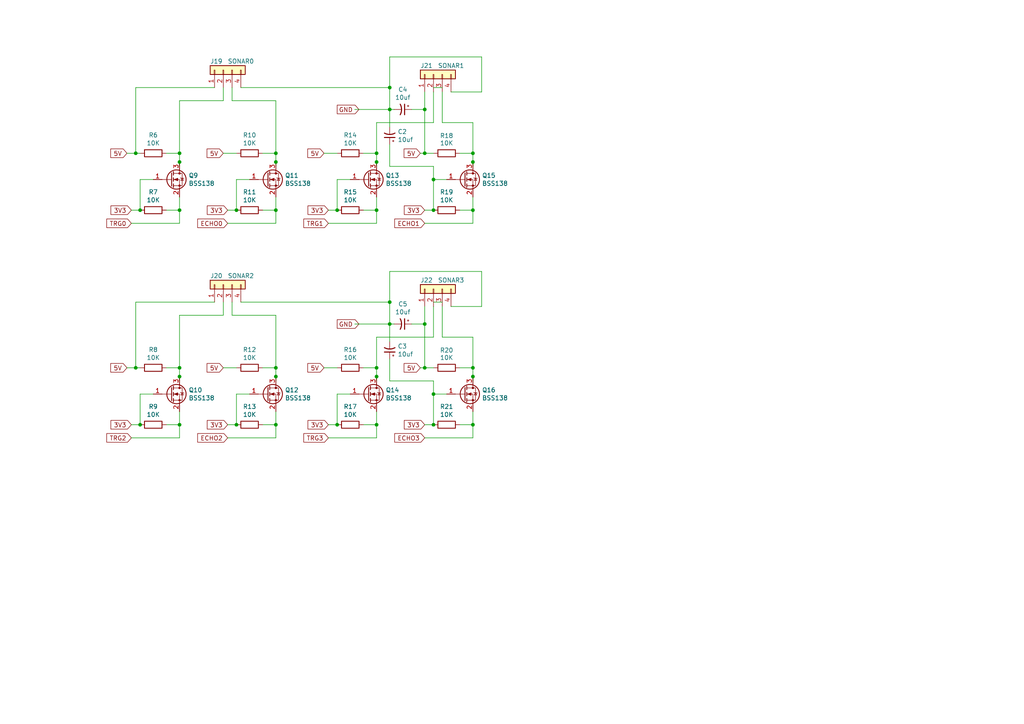
<source format=kicad_sch>
(kicad_sch (version 20250114) (generator "eeschema") (generator_version "9.0")
  (paper "A4")
  (title_block (title "Teensy Sensor Board") (date "2025-06-14") (rev "1") (company "Wimble Robotics") (comment 1 "3.3v to 5v level shifters for sonar sensors"))
  (lib_symbols
    (symbol "TeensyMonitorV5-rescue:BSS138-Transistor_FET" (pin_names (hide yes))
      (property "Reference" "Q" (at 5.08 1.905 0))
      (property "Value" "BSS138-Transistor_FET" (at 5.08 0 0))
      (symbol "BSS138-Transistor_FET_0_1"
        (polyline (pts (xy 0.254 1.905) (xy 0.254 -1.905)) (stroke (width 0.254)))
        (polyline (pts (xy 0.254 0) (xy -2.54 0)))
        (polyline (pts (xy 0.762 2.286) (xy 0.762 1.27)) (stroke (width 0.254)))
        (polyline (pts (xy 0.762 0.508) (xy 0.762 -0.508)) (stroke (width 0.254)))
        (polyline (pts (xy 0.762 -1.27) (xy 0.762 -2.286)) (stroke (width 0.254)))
        (polyline (pts (xy 0.762 -1.778) (xy 3.302 -1.778) (xy 3.302 1.778) (xy 0.762 1.778)))
        (polyline (pts (xy 1.016 0) (xy 2.032 0.381) (xy 2.032 -0.381) (xy 1.016 0)) (fill (type outline)))
        (circle (center 1.651 0) (radius 2.794) (stroke (width 0.254)))
        (polyline (pts (xy 2.54 2.54) (xy 2.54 1.778)))
        (circle (center 2.54 1.778) (radius 0.254) (fill (type outline)))
        (circle (center 2.54 -1.778) (radius 0.254) (fill (type outline)))
        (polyline (pts (xy 2.54 -2.54) (xy 2.54 0) (xy 0.762 0)))
        (polyline (pts (xy 2.794 0.508) (xy 2.921 0.381) (xy 3.683 0.381) (xy 3.81 0.254)))
        (polyline (pts (xy 3.302 0.381) (xy 2.921 -0.254) (xy 3.683 -0.254) (xy 3.302 0.381)))
      )
      (symbol "BSS138-Transistor_FET_1_1"
        (pin input line (at -5.08 0 0) (length 2.54) (name "G") (number "1"))
        (pin passive line (at 2.54 5.08 270) (length 2.54) (name "D") (number "3"))
        (pin passive line (at 2.54 -5.08 90) (length 2.54) (name "S") (number "2"))
      )
    )
    (symbol "TeensyMonitorV5-rescue:CP1_Small-Device" (pin_numbers (hide yes)) (pin_names (offset 0.254) (hide yes))
      (property "Reference" "C" (at 0.254 1.778 0))
      (property "Value" "CP1_Small-Device" (at 0.254 -2.032 0))
      (symbol "CP1_Small-Device_0_1"
        (polyline (pts (xy -1.524 0.508) (xy 1.524 0.508)) (stroke (width 0.3048)))
        (polyline (pts (xy -1.27 1.524) (xy -0.762 1.524)))
        (polyline (pts (xy -1.016 1.27) (xy -1.016 1.778)))
        (arc (start -1.524 -0.762) (mid 0 -0.3734) (end 1.524 -0.762) (stroke (width 0.3048)))
      )
      (symbol "CP1_Small-Device_1_1"
        (pin passive line (at 0 2.54 270) (length 2.032) (name "~") (number "1"))
        (pin passive line (at 0 -2.54 90) (length 2.032) (name "~") (number "2"))
      )
    )
    (symbol "TeensyMonitorV5-rescue:Conn_01x04-Connector_Generic" (pin_names (offset 1.016) (hide yes))
      (property "Reference" "J" (at 0 5.08 0))
      (property "Value" "Conn_01x04-Connector_Generic" (at 0 -7.62 0))
      (symbol "Conn_01x04-Connector_Generic_1_1"
        (rectangle (start -1.27 3.81) (end 1.27 -6.35) (stroke (width 0.254)) (fill (type background)))
        (rectangle (start -1.27 2.667) (end 0 2.413) (stroke (width 0.1524)))
        (rectangle (start -1.27 0.127) (end 0 -0.127) (stroke (width 0.1524)))
        (rectangle (start -1.27 -2.413) (end 0 -2.667) (stroke (width 0.1524)))
        (rectangle (start -1.27 -4.953) (end 0 -5.207) (stroke (width 0.1524)))
        (pin passive line (at -5.08 2.54 0) (length 3.81) (name "Pin_1") (number "1"))
        (pin passive line (at -5.08 0 0) (length 3.81) (name "Pin_2") (number "2"))
        (pin passive line (at -5.08 -2.54 0) (length 3.81) (name "Pin_3") (number "3"))
        (pin passive line (at -5.08 -5.08 0) (length 3.81) (name "Pin_4") (number "4"))
      )
    )
    (symbol "TeensyMonitorV5-rescue:R-Device" (pin_numbers (hide yes)) (pin_names (offset 0))
      (property "Reference" "R" (at 2.032 0 90))
      (property "Value" "R-Device" (at 0 0 90))
      (symbol "R-Device_0_1"
        (rectangle (start -1.016 -2.54) (end 1.016 2.54) (stroke (width 0.254)))
      )
      (symbol "R-Device_1_1"
        (pin passive line (at 0 3.81 270) (length 1.27) (name "~") (number "1"))
        (pin passive line (at 0 -3.81 90) (length 1.27) (name "~") (number "2"))
      )
    )
  )
  (junction (at 97.79 60.96))
  (junction (at 123.19 93.98))
  (junction (at 52.07 123.19))
  (junction (at 52.07 106.68))
  (junction (at 40.64 60.96))
  (junction (at 80.01 46.99))
  (junction (at 52.07 46.99))
  (junction (at 123.19 31.75))
  (junction (at 39.37 106.68))
  (junction (at 137.16 44.45))
  (junction (at 123.19 44.45))
  (junction (at 109.22 123.19))
  (junction (at 52.07 44.45))
  (junction (at 52.07 60.96))
  (junction (at 125.73 114.3))
  (junction (at 125.73 60.96))
  (junction (at 109.22 60.96))
  (junction (at 137.16 123.19))
  (junction (at 109.22 46.99))
  (junction (at 123.19 106.68))
  (junction (at 137.16 60.96))
  (junction (at 113.03 93.98))
  (junction (at 125.73 52.07))
  (junction (at 52.07 109.22))
  (junction (at 97.79 123.19))
  (junction (at 39.37 44.45))
  (junction (at 137.16 46.99))
  (junction (at 80.01 123.19))
  (junction (at 68.58 123.19))
  (junction (at 80.01 60.96))
  (junction (at 137.16 109.22))
  (junction (at 68.58 60.96))
  (junction (at 80.01 109.22))
  (junction (at 113.03 87.63))
  (junction (at 80.01 106.68))
  (junction (at 137.16 106.68))
  (junction (at 109.22 44.45))
  (junction (at 125.73 123.19))
  (junction (at 40.64 123.19))
  (junction (at 109.22 109.22))
  (junction (at 113.03 31.75))
  (junction (at 113.03 25.4))
  (junction (at 109.22 106.68))
  (junction (at 80.01 44.45))
  (wire (pts (xy 40.64 52.07) (xy 44.45 52.07)))
  (wire (pts (xy 109.22 127) (xy 109.22 123.19)))
  (wire (pts (xy 128.27 35.56) (xy 137.16 35.56)))
  (wire (pts (xy 113.03 31.75) (xy 113.03 25.4)))
  (wire (pts (xy 80.01 29.21) (xy 80.01 44.45)))
  (wire (pts (xy 125.73 26.67) (xy 125.73 35.56)))
  (wire (pts (xy 123.19 127) (xy 137.16 127)))
  (wire (pts (xy 95.25 64.77) (xy 109.22 64.77)))
  (wire (pts (xy 52.07 127) (xy 52.07 123.19)))
  (wire (pts (xy 66.04 64.77) (xy 80.01 64.77)))
  (wire (pts (xy 125.73 88.9) (xy 125.73 97.79)))
  (wire (pts (xy 109.22 123.19) (xy 109.22 119.38)))
  (wire (pts (xy 109.22 60.96) (xy 109.22 57.15)))
  (wire (pts (xy 76.2 123.19) (xy 80.01 123.19)))
  (wire (pts (xy 95.25 127) (xy 109.22 127)))
  (wire (pts (xy 109.22 64.77) (xy 109.22 60.96)))
  (wire (pts (xy 137.16 35.56) (xy 137.16 44.45)))
  (wire (pts (xy 52.07 64.77) (xy 52.07 60.96)))
  (wire (pts (xy 68.58 114.3) (xy 68.58 123.19)))
  (wire (pts (xy 139.7 78.74) (xy 139.7 88.9)))
  (wire (pts (xy 123.19 64.77) (xy 137.16 64.77)))
  (wire (pts (xy 113.03 99.06) (xy 113.03 93.98)))
  (wire (pts (xy 137.16 110.49) (xy 137.16 109.22)))
  (wire (pts (xy 64.77 29.21) (xy 64.77 25.4)))
  (wire (pts (xy 139.7 26.67) (xy 130.81 26.67)))
  (wire (pts (xy 40.64 44.45) (xy 39.37 44.45)))
  (wire (pts (xy 97.79 52.07) (xy 101.6 52.07)))
  (wire (pts (xy 67.31 87.63) (xy 67.31 91.44)))
  (wire (pts (xy 137.16 109.22) (xy 137.16 106.68)))
  (wire (pts (xy 52.07 110.49) (xy 52.07 109.22)))
  (wire (pts (xy 123.19 44.45) (xy 121.92 44.45)))
  (wire (pts (xy 109.22 109.22) (xy 109.22 106.68)))
  (wire (pts (xy 52.07 29.21) (xy 64.77 29.21)))
  (wire (pts (xy 38.1 64.77) (xy 52.07 64.77)))
  (wire (pts (xy 125.73 52.07) (xy 125.73 60.96)))
  (wire (pts (xy 113.03 48.26) (xy 113.03 41.91)))
  (wire (pts (xy 139.7 88.9) (xy 130.81 88.9)))
  (wire (pts (xy 123.19 26.67) (xy 123.19 31.75)))
  (wire (pts (xy 123.19 31.75) (xy 123.19 44.45)))
  (wire (pts (xy 66.04 127) (xy 80.01 127)))
  (wire (pts (xy 105.41 123.19) (xy 109.22 123.19)))
  (wire (pts (xy 52.07 123.19) (xy 52.07 119.38)))
  (wire (pts (xy 137.16 44.45) (xy 133.35 44.45)))
  (wire (pts (xy 69.85 25.4) (xy 113.03 25.4)))
  (wire (pts (xy 80.01 127) (xy 80.01 123.19)))
  (wire (pts (xy 137.16 123.19) (xy 137.16 119.38)))
  (wire (pts (xy 80.01 64.77) (xy 80.01 60.96)))
  (wire (pts (xy 125.73 110.49) (xy 113.03 110.49)))
  (wire (pts (xy 137.16 46.99) (xy 137.16 44.45)))
  (wire (pts (xy 39.37 44.45) (xy 36.83 44.45)))
  (wire (pts (xy 109.22 97.79) (xy 109.22 106.68)))
  (wire (pts (xy 69.85 87.63) (xy 113.03 87.63)))
  (wire (pts (xy 64.77 91.44) (xy 64.77 87.63)))
  (wire (pts (xy 128.27 97.79) (xy 137.16 97.79)))
  (wire (pts (xy 137.16 127) (xy 137.16 123.19)))
  (wire (pts (xy 52.07 91.44) (xy 52.07 106.68)))
  (wire (pts (xy 128.27 88.9) (xy 128.27 97.79)))
  (wire (pts (xy 123.19 88.9) (xy 123.19 93.98)))
  (wire (pts (xy 113.03 87.63) (xy 113.03 78.74)))
  (wire (pts (xy 125.73 60.96) (xy 123.19 60.96)))
  (wire (pts (xy 68.58 114.3) (xy 72.39 114.3)))
  (wire (pts (xy 109.22 44.45) (xy 105.41 44.45)))
  (wire (pts (xy 80.01 109.22) (xy 80.01 106.68)))
  (wire (pts (xy 113.03 78.74) (xy 139.7 78.74)))
  (wire (pts (xy 109.22 106.68) (xy 105.41 106.68)))
  (wire (pts (xy 137.16 60.96) (xy 137.16 57.15)))
  (wire (pts (xy 113.03 31.75) (xy 102.87 31.75)))
  (wire (pts (xy 113.03 93.98) (xy 102.87 93.98)))
  (wire (pts (xy 114.3 93.98) (xy 113.03 93.98)))
  (wire (pts (xy 39.37 87.63) (xy 62.23 87.63)))
  (wire (pts (xy 52.07 106.68) (xy 48.26 106.68)))
  (wire (pts (xy 80.01 44.45) (xy 76.2 44.45)))
  (wire (pts (xy 68.58 60.96) (xy 66.04 60.96)))
  (wire (pts (xy 39.37 106.68) (xy 36.83 106.68)))
  (wire (pts (xy 52.07 109.22) (xy 52.07 106.68)))
  (wire (pts (xy 93.98 44.45) (xy 97.79 44.45)))
  (wire (pts (xy 97.79 123.19) (xy 95.25 123.19)))
  (wire (pts (xy 137.16 48.26) (xy 137.16 46.99)))
  (wire (pts (xy 52.07 44.45) (xy 48.26 44.45)))
  (wire (pts (xy 40.64 106.68) (xy 39.37 106.68)))
  (wire (pts (xy 39.37 25.4) (xy 62.23 25.4)))
  (wire (pts (xy 139.7 16.51) (xy 139.7 26.67)))
  (wire (pts (xy 133.35 123.19) (xy 137.16 123.19)))
  (wire (pts (xy 80.01 46.99) (xy 80.01 44.45)))
  (wire (pts (xy 113.03 93.98) (xy 113.03 87.63)))
  (wire (pts (xy 128.27 26.67) (xy 128.27 35.56)))
  (wire (pts (xy 68.58 44.45) (xy 64.77 44.45)))
  (wire (pts (xy 67.31 29.21) (xy 80.01 29.21)))
  (wire (pts (xy 113.03 25.4) (xy 113.03 16.51)))
  (wire (pts (xy 123.19 106.68) (xy 121.92 106.68)))
  (wire (pts (xy 97.79 114.3) (xy 101.6 114.3)))
  (wire (pts (xy 137.16 64.77) (xy 137.16 60.96)))
  (wire (pts (xy 125.73 48.26) (xy 113.03 48.26)))
  (wire (pts (xy 97.79 52.07) (xy 97.79 60.96)))
  (wire (pts (xy 93.98 106.68) (xy 97.79 106.68)))
  (wire (pts (xy 39.37 87.63) (xy 39.37 106.68)))
  (wire (pts (xy 125.73 52.07) (xy 125.73 48.26)))
  (wire (pts (xy 97.79 114.3) (xy 97.79 123.19)))
  (wire (pts (xy 109.22 35.56) (xy 125.73 35.56)))
  (wire (pts (xy 125.73 114.3) (xy 125.73 123.19)))
  (wire (pts (xy 125.73 52.07) (xy 129.54 52.07)))
  (wire (pts (xy 137.16 106.68) (xy 133.35 106.68)))
  (wire (pts (xy 80.01 91.44) (xy 80.01 106.68)))
  (wire (pts (xy 67.31 91.44) (xy 80.01 91.44)))
  (wire (pts (xy 48.26 60.96) (xy 52.07 60.96)))
  (wire (pts (xy 133.35 60.96) (xy 137.16 60.96)))
  (wire (pts (xy 125.73 114.3) (xy 125.73 110.49)))
  (wire (pts (xy 125.73 25.4) (xy 128.27 25.4)))
  (wire (pts (xy 39.37 25.4) (xy 39.37 44.45)))
  (wire (pts (xy 40.64 114.3) (xy 44.45 114.3)))
  (wire (pts (xy 109.22 110.49) (xy 109.22 109.22)))
  (wire (pts (xy 52.07 60.96) (xy 52.07 57.15)))
  (wire (pts (xy 40.64 52.07) (xy 40.64 60.96)))
  (wire (pts (xy 40.64 114.3) (xy 40.64 123.19)))
  (wire (pts (xy 105.41 60.96) (xy 109.22 60.96)))
  (wire (pts (xy 125.73 123.19) (xy 123.19 123.19)))
  (wire (pts (xy 125.73 106.68) (xy 123.19 106.68)))
  (wire (pts (xy 68.58 52.07) (xy 72.39 52.07)))
  (wire (pts (xy 109.22 35.56) (xy 109.22 44.45)))
  (wire (pts (xy 52.07 91.44) (xy 64.77 91.44)))
  (wire (pts (xy 125.73 44.45) (xy 123.19 44.45)))
  (wire (pts (xy 80.01 123.19) (xy 80.01 119.38)))
  (wire (pts (xy 109.22 97.79) (xy 125.73 97.79)))
  (wire (pts (xy 137.16 97.79) (xy 137.16 106.68)))
  (wire (pts (xy 113.03 110.49) (xy 113.03 104.14)))
  (wire (pts (xy 119.38 31.75) (xy 123.19 31.75)))
  (wire (pts (xy 80.01 48.26) (xy 80.01 46.99)))
  (wire (pts (xy 113.03 36.83) (xy 113.03 31.75)))
  (wire (pts (xy 48.26 123.19) (xy 52.07 123.19)))
  (wire (pts (xy 68.58 123.19) (xy 66.04 123.19)))
  (wire (pts (xy 76.2 60.96) (xy 80.01 60.96)))
  (wire (pts (xy 80.01 106.68) (xy 76.2 106.68)))
  (wire (pts (xy 125.73 87.63) (xy 128.27 87.63)))
  (wire (pts (xy 52.07 48.26) (xy 52.07 46.99)))
  (wire (pts (xy 40.64 123.19) (xy 38.1 123.19)))
  (wire (pts (xy 52.07 46.99) (xy 52.07 44.45)))
  (wire (pts (xy 114.3 31.75) (xy 113.03 31.75)))
  (wire (pts (xy 67.31 25.4) (xy 67.31 29.21)))
  (wire (pts (xy 109.22 48.26) (xy 109.22 46.99)))
  (wire (pts (xy 97.79 60.96) (xy 95.25 60.96)))
  (wire (pts (xy 113.03 16.51) (xy 139.7 16.51)))
  (wire (pts (xy 40.64 60.96) (xy 38.1 60.96)))
  (wire (pts (xy 80.01 110.49) (xy 80.01 109.22)))
  (wire (pts (xy 68.58 106.68) (xy 64.77 106.68)))
  (wire (pts (xy 109.22 46.99) (xy 109.22 44.45)))
  (wire (pts (xy 119.38 93.98) (xy 123.19 93.98)))
  (wire (pts (xy 68.58 52.07) (xy 68.58 60.96)))
  (wire (pts (xy 38.1 127) (xy 52.07 127)))
  (wire (pts (xy 52.07 29.21) (xy 52.07 44.45)))
  (wire (pts (xy 123.19 93.98) (xy 123.19 106.68)))
  (wire (pts (xy 80.01 60.96) (xy 80.01 57.15)))
  (wire (pts (xy 125.73 114.3) (xy 129.54 114.3)))
  (global_label "ECHO0" (shape input) (at 66.04 64.77 180) (property "Intersheetrefs" "${INTERSHEET_REFS}" (effects (hide yes))))
  (global_label "GND" (shape output) (at 97.79 93.98 0) (property "Intersheetrefs" "${INTERSHEET_REFS}" (effects (hide yes))))
  (global_label "TRG0" (shape input) (at 38.1 64.77 180) (property "Intersheetrefs" "${INTERSHEET_REFS}" (effects (hide yes))))
  (global_label "5V" (shape input) (at 93.98 106.68 180) (property "Intersheetrefs" "${INTERSHEET_REFS}" (effects (hide yes))))
  (global_label "ECHO1" (shape input) (at 123.19 64.77 180) (property "Intersheetrefs" "${INTERSHEET_REFS}" (effects (hide yes))))
  (global_label "5V" (shape input) (at 121.92 106.68 180) (property "Intersheetrefs" "${INTERSHEET_REFS}" (effects (hide yes))))
  (global_label "3V3" (shape input) (at 66.04 60.96 180) (property "Intersheetrefs" "${INTERSHEET_REFS}" (effects (hide yes))))
  (global_label "3V3" (shape input) (at 66.04 123.19 180) (property "Intersheetrefs" "${INTERSHEET_REFS}" (effects (hide yes))))
  (global_label "TRG2" (shape input) (at 38.1 127 180) (property "Intersheetrefs" "${INTERSHEET_REFS}" (effects (hide yes))))
  (global_label "5V" (shape input) (at 64.77 106.68 180) (property "Intersheetrefs" "${INTERSHEET_REFS}" (effects (hide yes))))
  (global_label "ECHO3" (shape input) (at 123.19 127 180) (property "Intersheetrefs" "${INTERSHEET_REFS}" (effects (hide yes))))
  (global_label "5V" (shape input) (at 36.83 44.45 180) (property "Intersheetrefs" "${INTERSHEET_REFS}" (effects (hide yes))))
  (global_label "3V3" (shape input) (at 123.19 60.96 180) (property "Intersheetrefs" "${INTERSHEET_REFS}" (effects (hide yes))))
  (global_label "3V3" (shape input) (at 95.25 60.96 180) (property "Intersheetrefs" "${INTERSHEET_REFS}" (effects (hide yes))))
  (global_label "5V" (shape input) (at 64.77 44.45 180) (property "Intersheetrefs" "${INTERSHEET_REFS}" (effects (hide yes))))
  (global_label "TRG3" (shape input) (at 95.25 127 180) (property "Intersheetrefs" "${INTERSHEET_REFS}" (effects (hide yes))))
  (global_label "3V3" (shape input) (at 38.1 60.96 180) (property "Intersheetrefs" "${INTERSHEET_REFS}" (effects (hide yes))))
  (global_label "ECHO2" (shape input) (at 66.04 127 180) (property "Intersheetrefs" "${INTERSHEET_REFS}" (effects (hide yes))))
  (global_label "3V3" (shape input) (at 123.19 123.19 180) (property "Intersheetrefs" "${INTERSHEET_REFS}" (effects (hide yes))))
  (global_label "TRG1" (shape input) (at 95.25 64.77 180) (property "Intersheetrefs" "${INTERSHEET_REFS}" (effects (hide yes))))
  (global_label "3V3" (shape input) (at 38.1 123.19 180) (property "Intersheetrefs" "${INTERSHEET_REFS}" (effects (hide yes))))
  (global_label "5V" (shape input) (at 93.98 44.45 180) (property "Intersheetrefs" "${INTERSHEET_REFS}" (effects (hide yes))))
  (global_label "5V" (shape input) (at 121.92 44.45 180) (property "Intersheetrefs" "${INTERSHEET_REFS}" (effects (hide yes))))
  (global_label "5V" (shape input) (at 36.83 106.68 180) (property "Intersheetrefs" "${INTERSHEET_REFS}" (effects (hide yes))))
  (global_label "3V3" (shape input) (at 95.25 123.19 180) (property "Intersheetrefs" "${INTERSHEET_REFS}" (effects (hide yes))))
  (global_label "GND" (shape output) (at 97.79 31.75 0) (property "Intersheetrefs" "${INTERSHEET_REFS}" (effects (hide yes))))
  (symbol (lib_id "TeensyMonitorV5-rescue:Conn_01x04-Connector_Generic") (at 64.77 20.32 90) (unit 1)
    (property "Reference" "J19" (at 60.96 17.78 90) (effects (justify right)))
    (property "Value" "SONAR0" (at 66.04 17.78 90) (effects (justify right)))
    (property "Footprint" "Connector_Molex:533750410" (effects (hide yes)))
  )
  (symbol (lib_id "TeensyMonitorV5-rescue:Conn_01x04-Connector_Generic") (at 125.73 21.59 90) (unit 1)
    (property "Reference" "J21" (at 121.92 19.05 90) (effects (justify right)))
    (property "Value" "SONAR1" (at 127 19.05 90) (effects (justify right)))
    (property "Footprint" "Connector_Molex:533750410" (effects (hide yes)))
  )
  (symbol (lib_id "TeensyMonitorV5-rescue:BSS138-Transistor_FET") (at 49.53 114.3 0) (unit 1)
    (property "Reference" "Q10" (at 54.7116 113.1316 0) (effects (justify left)))
    (property "Value" "BSS138" (at 54.7116 115.443 0) (effects (justify left)))
    (property "Footprint" "Package_TO_SOT_SMD:SOT-23" (effects (hide yes)))
    (property "Datasheet" "https://www.onsemi.com/pub/Collateral/BSS138-D.PDF" (effects (hide yes)))
    (property "LCSC" "BSS138LT1G" (effects (hide yes)))
  )
  (symbol (lib_id "TeensyMonitorV5-rescue:R-Device") (at 44.45 123.19 90) (unit 1)
    (property "Reference" "R9" (at 44.45 117.9322 90))
    (property "Value" "10K" (at 44.45 120.2436 90))
    (property "Footprint" "Resistor_SMD:R_0603_1608Metric" (effects (hide yes)))
    (property "LCSC" "0603WAF1002T5E" (effects (hide yes)))
  )
  (symbol (lib_id "TeensyMonitorV5-rescue:R-Device") (at 44.45 106.68 90) (unit 1)
    (property "Reference" "R8" (at 44.45 101.4222 90))
    (property "Value" "10K" (at 44.45 103.7336 90))
    (property "Footprint" "Resistor_SMD:R_0603_1608Metric" (effects (hide yes)))
    (property "LCSC" "0603WAF1002T5E" (effects (hide yes)))
  )
  (symbol (lib_id "TeensyMonitorV5-rescue:BSS138-Transistor_FET") (at 77.47 114.3 0) (unit 1)
    (property "Reference" "Q12" (at 82.6516 113.1316 0) (effects (justify left)))
    (property "Value" "BSS138" (at 82.6516 115.443 0) (effects (justify left)))
    (property "Footprint" "Package_TO_SOT_SMD:SOT-23" (effects (hide yes)))
    (property "Datasheet" "https://www.onsemi.com/pub/Collateral/BSS138-D.PDF" (effects (hide yes)))
    (property "LCSC" "BSS138LT1G" (effects (hide yes)))
  )
  (symbol (lib_id "TeensyMonitorV5-rescue:R-Device") (at 72.39 123.19 90) (unit 1)
    (property "Reference" "R13" (at 72.39 117.9322 90))
    (property "Value" "10K" (at 72.39 120.2436 90))
    (property "Footprint" "Resistor_SMD:R_0603_1608Metric" (effects (hide yes)))
    (property "LCSC" "0603WAF1002T5E" (effects (hide yes)))
  )
  (symbol (lib_id "TeensyMonitorV5-rescue:R-Device") (at 72.39 106.68 90) (unit 1)
    (property "Reference" "R12" (at 72.39 101.4222 90))
    (property "Value" "10K" (at 72.39 103.7336 90))
    (property "Footprint" "Resistor_SMD:R_0603_1608Metric" (effects (hide yes)))
    (property "LCSC" "0603WAF1002T5E" (effects (hide yes)))
  )
  (symbol (lib_id "TeensyMonitorV5-rescue:BSS138-Transistor_FET") (at 106.68 114.3 0) (unit 1)
    (property "Reference" "Q14" (at 111.8616 113.1316 0) (effects (justify left)))
    (property "Value" "BSS138" (at 111.8616 115.443 0) (effects (justify left)))
    (property "Footprint" "Package_TO_SOT_SMD:SOT-23" (effects (hide yes)))
    (property "Datasheet" "https://www.onsemi.com/pub/Collateral/BSS138-D.PDF" (effects (hide yes)))
    (property "LCSC" "BSS138LT1G" (effects (hide yes)))
  )
  (symbol (lib_id "TeensyMonitorV5-rescue:R-Device") (at 101.6 123.19 90) (unit 1)
    (property "Reference" "R17" (at 101.6 117.9322 90))
    (property "Value" "10K" (at 101.6 120.2436 90))
    (property "Footprint" "Resistor_SMD:R_0603_1608Metric" (effects (hide yes)))
    (property "LCSC" "0603WAF1002T5E" (effects (hide yes)))
  )
  (symbol (lib_id "TeensyMonitorV5-rescue:R-Device") (at 101.6 106.68 90) (unit 1)
    (property "Reference" "R16" (at 101.6 101.4222 90))
    (property "Value" "10K" (at 101.6 103.7336 90))
    (property "Footprint" "Resistor_SMD:R_0603_1608Metric" (effects (hide yes)))
    (property "LCSC" "0603WAF1002T5E" (effects (hide yes)))
  )
  (symbol (lib_id "TeensyMonitorV5-rescue:BSS138-Transistor_FET") (at 134.62 114.3 0) (unit 1)
    (property "Reference" "Q16" (at 139.8016 113.1316 0) (effects (justify left)))
    (property "Value" "BSS138" (at 139.8016 115.443 0) (effects (justify left)))
    (property "Footprint" "Package_TO_SOT_SMD:SOT-23" (effects (hide yes)))
    (property "Datasheet" "https://www.onsemi.com/pub/Collateral/BSS138-D.PDF" (effects (hide yes)))
    (property "LCSC" "BSS138LT1G" (effects (hide yes)))
  )
  (symbol (lib_id "TeensyMonitorV5-rescue:R-Device") (at 129.54 123.19 90) (unit 1)
    (property "Reference" "R21" (at 129.54 117.9322 90))
    (property "Value" "10K" (at 129.54 120.2436 90))
    (property "Footprint" "Resistor_SMD:R_0603_1608Metric" (effects (hide yes)))
    (property "LCSC" "0603WAF1002T5E" (effects (hide yes)))
  )
  (symbol (lib_id "TeensyMonitorV5-rescue:R-Device") (at 129.54 106.68 90) (unit 1)
    (property "Reference" "R20" (at 129.54 101.6 90))
    (property "Value" "10K" (at 129.54 103.7336 90))
    (property "Footprint" "Resistor_SMD:R_0603_1608Metric" (effects (hide yes)))
    (property "LCSC" "0603WAF1002T5E" (effects (hide yes)))
  )
  (symbol (lib_id "TeensyMonitorV5-rescue:CP1_Small-Device") (at 116.84 93.98 270) (unit 1)
    (property "Reference" "C5" (at 116.84 88.1888 90))
    (property "Value" "10uf" (at 116.84 90.5002 90))
    (property "Footprint" "Capacitor_SMD:C_0805_2012Metric" (effects (hide yes)))
    (property "LCSC" "CL21A106KAYNNNE" (effects (hide yes)))
  )
  (symbol (lib_id "TeensyMonitorV5-rescue:CP1_Small-Device") (at 113.03 101.6 180) (unit 1)
    (property "Reference" "C3" (at 115.3414 100.4316 0) (effects (justify right)))
    (property "Value" "10uf" (at 115.3414 102.743 0) (effects (justify right)))
    (property "Footprint" "Capacitor_SMD:C_0805_2012Metric" (effects (hide yes)))
    (property "LCSC" "CL21A106KAYNNNE" (effects (hide yes)))
  )
  (symbol (lib_id "TeensyMonitorV5-rescue:Conn_01x04-Connector_Generic") (at 64.77 82.55 90) (unit 1)
    (property "Reference" "J20" (at 60.96 80.01 90) (effects (justify right)))
    (property "Value" "SONAR2" (at 66.04 80.01 90) (effects (justify right)))
    (property "Footprint" "Connector_Molex:533750410" (effects (hide yes)))
  )
  (symbol (lib_id "TeensyMonitorV5-rescue:Conn_01x04-Connector_Generic") (at 125.73 83.82 90) (unit 1)
    (property "Reference" "J22" (at 121.92 81.28 90) (effects (justify right)))
    (property "Value" "SONAR3" (at 127 81.28 90) (effects (justify right)))
    (property "Footprint" "Connector_Molex:533750410" (effects (hide yes)))
  )
  (symbol (lib_id "TeensyMonitorV5-rescue:BSS138-Transistor_FET") (at 49.53 52.07 0) (unit 1)
    (property "Reference" "Q9" (at 54.7116 50.9016 0) (effects (justify left)))
    (property "Value" "BSS138" (at 54.7116 53.213 0) (effects (justify left)))
    (property "Footprint" "Package_TO_SOT_SMD:SOT-23" (effects (hide yes)))
    (property "Datasheet" "https://www.onsemi.com/pub/Collateral/BSS138-D.PDF" (effects (hide yes)))
    (property "LCSC" "BSS138LT1G" (effects (hide yes)))
  )
  (symbol (lib_id "TeensyMonitorV5-rescue:R-Device") (at 44.45 60.96 90) (unit 1)
    (property "Reference" "R7" (at 44.45 55.7022 90))
    (property "Value" "10K" (at 44.45 58.0136 90))
    (property "Footprint" "Resistor_SMD:R_0603_1608Metric" (effects (hide yes)))
    (property "LCSC" "0603WAF1002T5E" (effects (hide yes)))
  )
  (symbol (lib_id "TeensyMonitorV5-rescue:R-Device") (at 44.45 44.45 90) (unit 1)
    (property "Reference" "R6" (at 44.45 39.1922 90))
    (property "Value" "10K" (at 44.45 41.5036 90))
    (property "Footprint" "Resistor_SMD:R_0603_1608Metric" (effects (hide yes)))
    (property "LCSC" "0603WAF1002T5E" (effects (hide yes)))
  )
  (symbol (lib_id "TeensyMonitorV5-rescue:BSS138-Transistor_FET") (at 77.47 52.07 0) (unit 1)
    (property "Reference" "Q11" (at 82.6516 50.9016 0) (effects (justify left)))
    (property "Value" "BSS138" (at 82.6516 53.213 0) (effects (justify left)))
    (property "Footprint" "Package_TO_SOT_SMD:SOT-23" (effects (hide yes)))
    (property "Datasheet" "https://www.onsemi.com/pub/Collateral/BSS138-D.PDF" (effects (hide yes)))
    (property "LCSC" "BSS138LT1G" (effects (hide yes)))
  )
  (symbol (lib_id "TeensyMonitorV5-rescue:R-Device") (at 72.39 60.96 90) (unit 1)
    (property "Reference" "R11" (at 72.39 55.7022 90))
    (property "Value" "10K" (at 72.39 58.0136 90))
    (property "Footprint" "Resistor_SMD:R_0603_1608Metric" (effects (hide yes)))
    (property "LCSC" "0603WAF1002T5E" (effects (hide yes)))
  )
  (symbol (lib_id "TeensyMonitorV5-rescue:R-Device") (at 72.39 44.45 90) (unit 1)
    (property "Reference" "R10" (at 72.39 39.1922 90))
    (property "Value" "10K" (at 72.39 41.5036 90))
    (property "Footprint" "Resistor_SMD:R_0603_1608Metric" (effects (hide yes)))
    (property "LCSC" "0603WAF1002T5E" (effects (hide yes)))
  )
  (symbol (lib_id "TeensyMonitorV5-rescue:BSS138-Transistor_FET") (at 106.68 52.07 0) (unit 1)
    (property "Reference" "Q13" (at 111.8616 50.9016 0) (effects (justify left)))
    (property "Value" "BSS138" (at 111.8616 53.213 0) (effects (justify left)))
    (property "Footprint" "Package_TO_SOT_SMD:SOT-23" (effects (hide yes)))
    (property "Datasheet" "https://www.onsemi.com/pub/Collateral/BSS138-D.PDF" (effects (hide yes)))
    (property "LCSC" "BSS138LT1G" (effects (hide yes)))
  )
  (symbol (lib_id "TeensyMonitorV5-rescue:R-Device") (at 101.6 60.96 90) (unit 1)
    (property "Reference" "R15" (at 101.6 55.7022 90))
    (property "Value" "10K" (at 101.6 58.0136 90))
    (property "Footprint" "Resistor_SMD:R_0603_1608Metric" (effects (hide yes)))
    (property "LCSC" "0603WAF1002T5E" (effects (hide yes)))
  )
  (symbol (lib_id "TeensyMonitorV5-rescue:R-Device") (at 101.6 44.45 90) (unit 1)
    (property "Reference" "R14" (at 101.6 39.1922 90))
    (property "Value" "10K" (at 101.6 41.5036 90))
    (property "Footprint" "Resistor_SMD:R_0603_1608Metric" (effects (hide yes)))
    (property "LCSC" "0603WAF1002T5E" (effects (hide yes)))
  )
  (symbol (lib_id "TeensyMonitorV5-rescue:BSS138-Transistor_FET") (at 134.62 52.07 0) (unit 1)
    (property "Reference" "Q15" (at 139.8016 50.9016 0) (effects (justify left)))
    (property "Value" "BSS138" (at 139.8016 53.213 0) (effects (justify left)))
    (property "Footprint" "Package_TO_SOT_SMD:SOT-23" (effects (hide yes)))
    (property "Datasheet" "https://www.onsemi.com/pub/Collateral/BSS138-D.PDF" (effects (hide yes)))
    (property "LCSC" "BSS138LT1G" (effects (hide yes)))
  )
  (symbol (lib_id "TeensyMonitorV5-rescue:R-Device") (at 129.54 60.96 90) (unit 1)
    (property "Reference" "R19" (at 129.54 55.7022 90))
    (property "Value" "10K" (at 129.54 58.0136 90))
    (property "Footprint" "Resistor_SMD:R_0603_1608Metric" (effects (hide yes)))
    (property "LCSC" "0603WAF1002T5E" (effects (hide yes)))
  )
  (symbol (lib_id "TeensyMonitorV5-rescue:R-Device") (at 129.54 44.45 90) (unit 1)
    (property "Reference" "R18" (at 129.54 39.37 90))
    (property "Value" "10K" (at 129.54 41.5036 90))
    (property "Footprint" "Resistor_SMD:R_0603_1608Metric" (effects (hide yes)))
    (property "LCSC" "0603WAF1002T5E" (effects (hide yes)))
  )
  (symbol (lib_id "TeensyMonitorV5-rescue:CP1_Small-Device") (at 116.84 31.75 270) (unit 1)
    (property "Reference" "C4" (at 116.84 25.9588 90))
    (property "Value" "10uf" (at 116.84 28.2702 90))
    (property "Footprint" "Capacitor_SMD:C_0805_2012Metric" (effects (hide yes)))
    (property "LCSC" "CL21A106KAYNNNE" (effects (hide yes)))
  )
  (symbol (lib_id "TeensyMonitorV5-rescue:CP1_Small-Device") (at 113.03 39.37 180) (unit 1)
    (property "Reference" "C2" (at 115.3414 38.2016 0) (effects (justify right)))
    (property "Value" "10uf" (at 115.3414 40.513 0) (effects (justify right)))
    (property "Footprint" "Capacitor_SMD:C_0805_2012Metric" (effects (hide yes)))
    (property "LCSC" "CL21A106KAYNNNE" (effects (hide yes)))
  )
)
</source>
